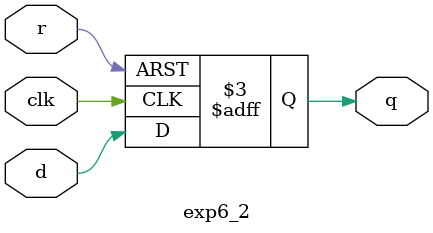
<source format=v>

module exp6_2(d,r,q,clk);
input d,r,clk;
output reg q;
always @(negedge clk or posedge r)
begin
if(r==1)
q<=1'b0;
else
q<=d;
end
endmodule

</source>
